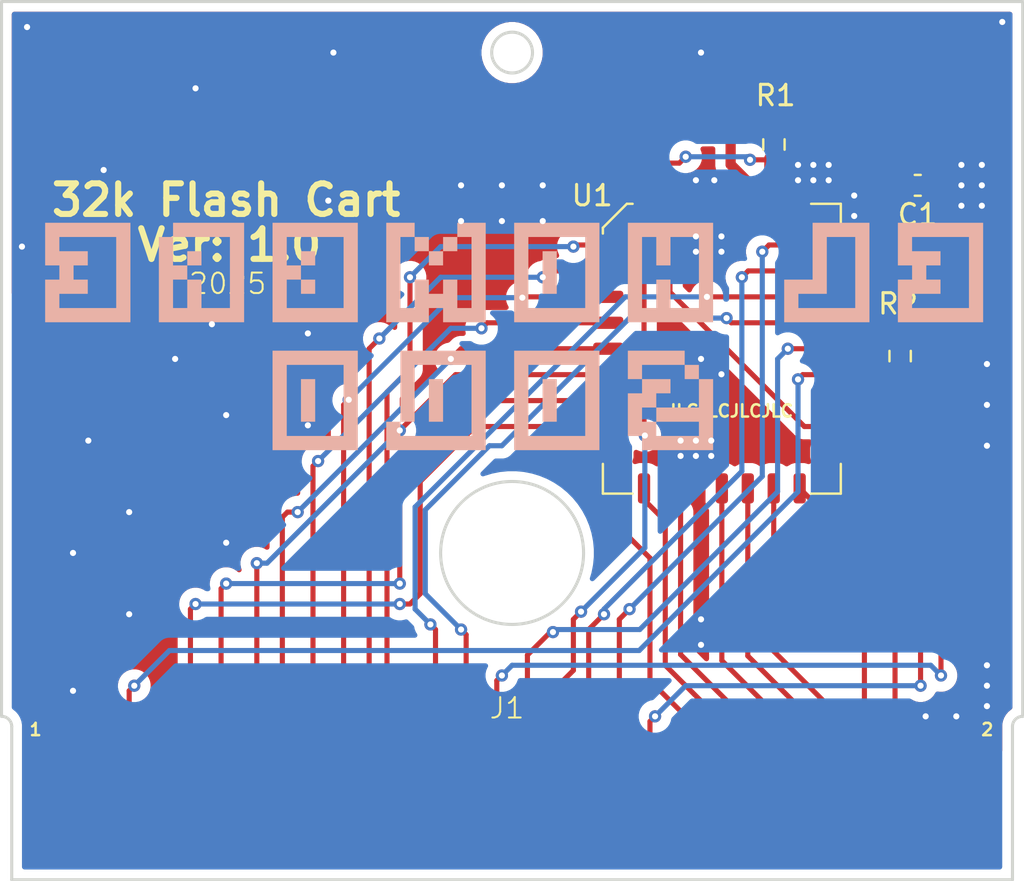
<source format=kicad_pcb>
(kicad_pcb (version 20241229) (generator "pcbnew") (generator_version "9.0")
  (layers (0 "F.Cu" signal) (2 "B.Cu" signal) (13 "F.Paste" user) (15 "B.Paste" user) (5 "F.SilkS" user "F.Silkscreen") (7 "B.SilkS" user "B.Silkscreen") (1 "F.Mask" user) (3 "B.Mask" user) (25 "Edge.Cuts" user))
  (net 0 "")
  (net 1 "GND")
  (net 2 "VCC")
  (net 3 "D2")
  (net 4 "A3")
  (net 5 "A9")
  (net 6 "A10")
  (net 7 "A7")
  (net 8 "A13")
  (net 9 "WR")
  (net 10 "D3")
  (net 11 "A15")
  (net 12 "A11")
  (net 13 "A14")
  (net 14 "A2")
  (net 15 "A1")
  (net 16 "D6")
  (net 17 "A4")
  (net 18 "A0")
  (net 19 "D7")
  (net 20 "A6")
  (net 21 "RD")
  (net 22 "D5")
  (net 23 "D1")
  (net 24 "D4")
  (net 26 "A5")
  (net 27 "D0")
  (net 28 "A12")
  (net 29 "A8")
  (footprint "Resistor_SMD:R_0603_1608Metric_Pad0.98x0.95mm_HandSolder" (layer "F.Cu") (at 163.5 103.36 -90)
    (property "Reference" "R2" (at -2.56 0.1 180) (layer "F.SilkS"))
    (property "Value" "10K")
    (fp_line (start -0.254724 0.5225) (end 0.254724 0.5225) (stroke (width 0.12)) (layer "F.SilkS"))
    (fp_line (start -0.254724 -0.5225) (end 0.254724 -0.5225) (stroke (width 0.12)) (layer "F.SilkS"))
    (pad "1" smd roundrect (at -0.9125 0 270) (size 0.975 0.95) (layers "F.Cu" "F.Mask" "F.Paste") (net 2 "VCC"))
    (pad "2" smd roundrect (at 0.9125 0 270) (size 0.975 0.95) (layers "F.Cu" "F.Mask" "F.Paste") (net 21 "RD"))
  )
  (footprint "Capacitor_SMD:C_0603_1608Metric_Pad1.08x0.95mm_HandSolder" (layer "F.Cu") (at 164.3625 95 180)
    (property "Reference" "C1" (at 0 -1.43 0) (layer "F.SilkS"))
    (property "Value" "100n")
    (fp_line (start -0.146267 0.51) (end 0.146267 0.51) (stroke (width 0.12)) (layer "F.SilkS"))
    (fp_line (start -0.146267 -0.51) (end 0.146267 -0.51) (stroke (width 0.12)) (layer "F.SilkS"))
    (pad "1" smd roundrect (at -0.8625 0 180) (size 1.075 0.95) (layers "F.Cu" "F.Mask" "F.Paste") (net 1 "GND"))
    (pad "2" smd roundrect (at 0.8625 0 180) (size 1.075 0.95) (layers "F.Cu" "F.Mask" "F.Paste") (net 2 "VCC"))
  )
  (footprint "GameboyFootprints:GB_Edge_Conn" (layer "F.Cu") (at 144.25 122.5)
    (property "Reference" "J1" (at 0 -1.9 0) (layer "F.SilkS") (effects (font (thickness 0.1))))
    (property "Value" "GB Card Edge Connector")
    (pad "1" smd rect (at -23 3) (size 1 6) (layers "F.Cu" "F.Mask" "F.Paste") (net 2 "VCC"))
    (pad "2" smd rect (at -21.5 2.75) (size 1 5.5) (layers "F.Cu" "F.Mask" "F.Paste"))
    (pad "3" smd rect (at -20 2.75) (size 1 5.5) (layers "F.Cu" "F.Mask" "F.Paste") (net 9 "WR"))
    (pad "4" smd rect (at -18.5 2.75) (size 1 5.5) (layers "F.Cu" "F.Mask" "F.Paste") (net 21 "RD"))
    (pad "5" smd rect (at -17 2.75) (size 1 5.5) (layers "F.Cu" "F.Mask" "F.Paste"))
    (pad "6" smd rect (at -15.5 2.75) (size 1 5.5) (layers "F.Cu" "F.Mask" "F.Paste") (net 18 "A0"))
    (pad "7" smd rect (at -14 2.75) (size 1 5.5) (layers "F.Cu" "F.Mask" "F.Paste") (net 15 "A1"))
    (pad "8" smd rect (at -12.5 2.75) (size 1 5.5) (layers "F.Cu" "F.Mask" "F.Paste") (net 14 "A2"))
    (pad "9" smd rect (at -11 2.75) (size 1 5.5) (layers "F.Cu" "F.Mask" "F.Paste") (net 4 "A3"))
    (pad "10" smd rect (at -9.5 2.75) (size 1 5.5) (layers "F.Cu" "F.Mask" "F.Paste") (net 17 "A4"))
    (pad "11" smd rect (at -8 2.75) (size 1 5.5) (layers "F.Cu" "F.Mask" "F.Paste") (net 26 "A5"))
    (pad "12" smd rect (at -6.5 2.75) (size 1 5.5) (layers "F.Cu" "F.Mask" "F.Paste") (net 20 "A6"))
    (pad "13" smd rect (at -5 2.75) (size 1 5.5) (layers "F.Cu" "F.Mask" "F.Paste") (net 7 "A7"))
    (pad "14" smd rect (at -3.5 2.75) (size 1 5.5) (layers "F.Cu" "F.Mask" "F.Paste") (net 29 "A8"))
    (pad "15" smd rect (at -2 2.75) (size 1 5.5) (layers "F.Cu" "F.Mask" "F.Paste") (net 5 "A9"))
    (pad "16" smd rect (at -0.5 2.75) (size 1 5.5) (layers "F.Cu" "F.Mask" "F.Paste") (net 6 "A10"))
    (pad "17" smd rect (at 1 2.75) (size 1 5.5) (layers "F.Cu" "F.Mask" "F.Paste") (net 12 "A11"))
    (pad "18" smd rect (at 2.5 2.75) (size 1 5.5) (layers "F.Cu" "F.Mask" "F.Paste") (net 28 "A12"))
    (pad "19" smd rect (at 4 2.75) (size 1 5.5) (layers "F.Cu" "F.Mask" "F.Paste") (net 8 "A13"))
    (pad "20" smd rect (at 5.5 2.75) (size 1 5.5) (layers "F.Cu" "F.Mask" "F.Paste") (net 13 "A14"))
    (pad "21" smd rect (at 7 2.75) (size 1 5.5) (layers "F.Cu" "F.Mask" "F.Paste") (net 11 "A15"))
    (pad "22" smd rect (at 8.5 2.75) (size 1 5.5) (layers "F.Cu" "F.Mask" "F.Paste") (net 27 "D0"))
    (pad "23" smd rect (at 10 2.75) (size 1 5.5) (layers "F.Cu" "F.Mask" "F.Paste") (net 23 "D1"))
    (pad "24" smd rect (at 11.5 2.75) (size 1 5.5) (layers "F.Cu" "F.Mask" "F.Paste") (net 3 "D2"))
    (pad "25" smd rect (at 13 2.75) (size 1 5.5) (layers "F.Cu" "F.Mask" "F.Paste") (net 10 "D3"))
    (pad "26" smd rect (at 14.5 2.75) (size 1 5.5) (layers "F.Cu" "F.Mask" "F.Paste") (net 24 "D4"))
    (pad "27" smd rect (at 16 2.75) (size 1 5.5) (layers "F.Cu" "F.Mask" "F.Paste") (net 22 "D5"))
    (pad "28" smd rect (at 17.5 2.75) (size 1 5.5) (layers "F.Cu" "F.Mask" "F.Paste") (net 16 "D6"))
    (pad "29" smd rect (at 19 2.75) (size 1 5.5) (layers "F.Cu" "F.Mask" "F.Paste") (net 19 "D7"))
    (pad "30" smd rect (at 20.5 2.75) (size 1 5.5) (layers "F.Cu" "F.Mask" "F.Paste"))
    (pad "31" smd rect (at 22 2.75) (size 1 5.5) (layers "F.Cu" "F.Mask" "F.Paste"))
    (pad "32" smd rect (at 23.5 3) (size 1 6) (layers "F.Cu" "F.Mask" "F.Paste") (net 1 "GND"))
  )
  (footprint "Resistor_SMD:R_0603_1608Metric_Pad0.98x0.95mm_HandSolder" (layer "F.Cu") (at 157.32 93 -90)
    (property "Reference" "R1" (at -2.4 -0.08 180) (layer "F.SilkS"))
    (property "Value" "10K")
    (fp_line (start -0.254724 0.5225) (end 0.254724 0.5225) (stroke (width 0.12)) (layer "F.SilkS"))
    (fp_line (start -0.254724 -0.5225) (end 0.254724 -0.5225) (stroke (width 0.12)) (layer "F.SilkS"))
    (pad "1" smd roundrect (at -0.9125 0 270) (size 0.975 0.95) (layers "F.Cu" "F.Mask" "F.Paste") (net 2 "VCC"))
    (pad "2" smd roundrect (at 0.9125 0 270) (size 0.975 0.95) (layers "F.Cu" "F.Mask" "F.Paste") (net 9 "WR"))
  )
  (footprint "Package_LCC:PLCC-32_11.4x14.0mm_P1.27mm" (layer "F.Cu") (at 154.77 103)
    (property "Reference" "U1" (at -6.35 -7.5 0) (layer "F.SilkS"))
    (property "Value" "SST39SF010")
    (fp_line (start -5.825 -5.922782) (end -5.825 -5.64) (stroke (width 0.12)) (layer "F.SilkS"))
    (fp_line (start -5.825 7.095) (end -5.825 5.64) (stroke (width 0.12)) (layer "F.SilkS"))
    (fp_line (start -4.652782 -7.095) (end -5.825 -5.922782) (stroke (width 0.12)) (layer "F.SilkS"))
    (fp_line (start -4.37 -7.095) (end -4.652782 -7.095) (stroke (width 0.12)) (layer "F.SilkS"))
    (fp_line (start -4.37 7.095) (end -5.825 7.095) (stroke (width 0.12)) (layer "F.SilkS"))
    (fp_line (start 4.37 -7.095) (end 5.825 -7.095) (stroke (width 0.12)) (layer "F.SilkS"))
    (fp_line (start 4.37 7.095) (end 5.825 7.095) (stroke (width 0.12)) (layer "F.SilkS"))
    (fp_line (start 5.825 -7.095) (end 5.825 -5.64) (stroke (width 0.12)) (layer "F.SilkS"))
    (fp_line (start 5.825 7.095) (end 5.825 5.64) (stroke (width 0.12)) (layer "F.SilkS"))
    (pad "1" smd roundrect (at 0 -6.8375) (size 0.6 1.475) (layers "F.Cu" "F.Mask" "F.Paste") (net 1 "GND"))
    (pad "2" smd roundrect (at -1.27 -6.8375) (size 0.6 1.475) (layers "F.Cu" "F.Mask" "F.Paste") (net 1 "GND"))
    (pad "3" smd roundrect (at -2.54 -6.8375) (size 0.6 1.475) (layers "F.Cu" "F.Mask" "F.Paste") (net 11 "A15"))
    (pad "4" smd roundrect (at -3.81 -6.8375) (size 0.6 1.475) (layers "F.Cu" "F.Mask" "F.Paste") (net 28 "A12"))
    (pad "5" smd roundrect (at -5.5625 -5.08) (size 1.475 0.6) (layers "F.Cu" "F.Mask" "F.Paste") (net 7 "A7"))
    (pad "6" smd roundrect (at -5.5625 -3.81) (size 1.475 0.6) (layers "F.Cu" "F.Mask" "F.Paste") (net 20 "A6"))
    (pad "7" smd roundrect (at -5.5625 -2.54) (size 1.475 0.6) (layers "F.Cu" "F.Mask" "F.Paste") (net 26 "A5"))
    (pad "8" smd roundrect (at -5.5625 -1.27) (size 1.475 0.6) (layers "F.Cu" "F.Mask" "F.Paste") (net 17 "A4"))
    (pad "9" smd roundrect (at -5.5625 0) (size 1.475 0.6) (layers "F.Cu" "F.Mask" "F.Paste") (net 4 "A3"))
    (pad "10" smd roundrect (at -5.5625 1.27) (size 1.475 0.6) (layers "F.Cu" "F.Mask" "F.Paste") (net 14 "A2"))
    (pad "11" smd roundrect (at -5.5625 2.54) (size 1.475 0.6) (layers "F.Cu" "F.Mask" "F.Paste") (net 15 "A1"))
    (pad "12" smd roundrect (at -5.5625 3.81) (size 1.475 0.6) (layers "F.Cu" "F.Mask" "F.Paste") (net 18 "A0"))
    (pad "13" smd roundrect (at -5.5625 5.08) (size 1.475 0.6) (layers "F.Cu" "F.Mask" "F.Paste") (net 27 "D0"))
    (pad "14" smd roundrect (at -3.81 6.8375) (size 0.6 1.475) (layers "F.Cu" "F.Mask" "F.Paste") (net 23 "D1"))
    (pad "15" smd roundrect (at -2.54 6.8375) (size 0.6 1.475) (layers "F.Cu" "F.Mask" "F.Paste") (net 3 "D2"))
    (pad "16" smd roundrect (at -1.27 6.8375) (size 0.6 1.475) (layers "F.Cu" "F.Mask" "F.Paste") (net 1 "GND"))
    (pad "17" smd roundrect (at 0 6.8375) (size 0.6 1.475) (layers "F.Cu" "F.Mask" "F.Paste") (net 10 "D3"))
    (pad "18" smd roundrect (at 1.27 6.8375) (size 0.6 1.475) (layers "F.Cu" "F.Mask" "F.Paste") (net 24 "D4"))
    (pad "19" smd roundrect (at 2.54 6.8375) (size 0.6 1.475) (layers "F.Cu" "F.Mask" "F.Paste") (net 22 "D5"))
    (pad "20" smd roundrect (at 3.81 6.8375) (size 0.6 1.475) (layers "F.Cu" "F.Mask" "F.Paste") (net 16 "D6"))
    (pad "21" smd roundrect (at 5.5625 5.08) (size 1.475 0.6) (layers "F.Cu" "F.Mask" "F.Paste") (net 19 "D7"))
    (pad "22" smd roundrect (at 5.5625 3.81) (size 1.475 0.6) (layers "F.Cu" "F.Mask" "F.Paste") (net 11 "A15"))
    (pad "23" smd roundrect (at 5.5625 2.54) (size 1.475 0.6) (layers "F.Cu" "F.Mask" "F.Paste") (net 6 "A10"))
    (pad "24" smd roundrect (at 5.5625 1.27) (size 1.475 0.6) (layers "F.Cu" "F.Mask" "F.Paste") (net 21 "RD"))
    (pad "25" smd roundrect (at 5.5625 0) (size 1.475 0.6) (layers "F.Cu" "F.Mask" "F.Paste") (net 12 "A11"))
    (pad "26" smd roundrect (at 5.5625 -1.27) (size 1.475 0.6) (layers "F.Cu" "F.Mask" "F.Paste") (net 5 "A9"))
    (pad "27" smd roundrect (at 5.5625 -2.54) (size 1.475 0.6) (layers "F.Cu" "F.Mask" "F.Paste") (net 29 "A8"))
    (pad "28" smd roundrect (at 5.5625 -3.81) (size 1.475 0.6) (layers "F.Cu" "F.Mask" "F.Paste") (net 8 "A13"))
    (pad "29" smd roundrect (at 5.5625 -5.08) (size 1.475 0.6) (layers "F.Cu" "F.Mask" "F.Paste") (net 13 "A14"))
    (pad "30" smd roundrect (at 3.81 -6.8375) (size 0.6 1.475) (layers "F.Cu" "F.Mask" "F.Paste") (net 1 "GND"))
    (pad "31" smd roundrect (at 2.54 -6.8375) (size 0.6 1.475) (layers "F.Cu" "F.Mask" "F.Paste") (net 9 "WR"))
    (pad "32" smd roundrect (at 1.27 -6.8375) (size 0.6 1.475) (layers "F.Cu" "F.Mask" "F.Paste") (net 2 "VCC"))
  )
  (footprint "GameboyFootprints:HombresoqoLogoS" (layer "B.Cu") (at 144.6 102.4 180)
    (property "Reference" "G***" (hide yes))
    (property "Value" "LOGO" (hide yes))
    (fp_poly (pts (xy 16.005479 3.827397) (xy 16.005479 3.479452) (xy 15.657533 3.479452) (xy 15.309588 3.479452) (xy 15.309588 3.827397) (xy 15.309588 4.175343) (xy 15.657533 4.175343) (xy 16.005479 4.175343)) (fill yes) (layer "B.SilkS"))
    (fp_poly (pts (xy 10.438355 3.827397) (xy 10.438355 3.479452) (xy 10.09041 3.479452) (xy 9.742465 3.479452) (xy 9.742465 3.827397) (xy 9.742465 4.175343) (xy 10.09041 4.175343) (xy 10.438355 4.175343)) (fill yes) (layer "B.SilkS"))
    (fp_poly (pts (xy 10.438355 2.435617) (xy 10.438355 2.087671) (xy 10.09041 2.087671) (xy 9.742465 2.087671) (xy 9.742465 2.435617) (xy 9.742465 2.783562) (xy 10.09041 2.783562) (xy 10.438355 2.783562)) (fill yes) (layer "B.SilkS"))
    (fp_poly (pts (xy 10.438355 -3.131507) (xy 10.438355 -4.175342) (xy 10.09041 -4.175342) (xy 9.742465 -4.175342) (xy 9.742465 -3.131507) (xy 9.742465 -2.087671) (xy 10.09041 -2.087671) (xy 10.438355 -2.087671)) (fill yes) (layer "B.SilkS"))
    (fp_poly (pts (xy 4.175342 -3.131507) (xy 4.175342 -4.175342) (xy 3.827396 -4.175342) (xy 3.479451 -4.175342) (xy 3.479451 -3.131507) (xy 3.479451 -2.087671) (xy 3.827396 -2.087671) (xy 4.175342 -2.087671)) (fill yes) (layer "B.SilkS"))
    (fp_poly (pts (xy -1.391782 3.131507) (xy -1.391782 2.087671) (xy -1.739727 2.087671) (xy -2.087672 2.087671) (xy -2.087672 3.131507) (xy -2.087672 4.175343) (xy -1.739727 4.175343) (xy -1.391782 4.175343)) (fill yes) (layer "B.SilkS"))
    (fp_poly (pts (xy -1.391782 -3.131507) (xy -1.391782 -4.175342) (xy -1.739727 -4.175342) (xy -2.087672 -4.175342) (xy -2.087672 -3.131507) (xy -2.087672 -2.087671) (xy -1.739727 -2.087671) (xy -1.391782 -2.087671)) (fill yes) (layer "B.SilkS"))
    (fp_poly (pts (xy 11.830136 -3.131507) (xy 11.830136 -5.567123) (xy 9.742465 -5.567123) (xy 7.654794 -5.567123) (xy 7.654794 -3.131507) (xy 8.350684 -3.131507) (xy 8.350684 -4.871233) (xy 9.742465 -4.871233) (xy 11.134246 -4.871233) (xy 11.134246 -3.131507) (xy 11.134246 -1.391781) (xy 9.742465 -1.391781) (xy 8.350684 -1.391781) (xy 8.350684 -3.131507) (xy 7.654794 -3.131507) (xy 7.654794 -0.69589) (xy 9.742465 -0.69589) (xy 11.830136 -0.69589)) (fill yes) (layer "B.SilkS"))
    (fp_poly (pts (xy -0.000001 3.131507) (xy -0.000001 0.695891) (xy -2.087672 0.695891) (xy -4.175343 0.695891) (xy -4.175343 3.131507) (xy -3.479453 3.131507) (xy -3.479453 1.391781) (xy -2.087672 1.391781) (xy -0.695891 1.391781) (xy -0.695891 3.131507) (xy -0.695891 4.871233) (xy -2.087672 4.871233) (xy -3.479453 4.871233) (xy -3.479453 3.131507) (xy -4.175343 3.131507) (xy -4.175343 5.567123) (xy -2.087672 5.567123) (xy -0.000001 5.567123)) (fill yes) (layer "B.SilkS"))
    (fp_poly (pts (xy -0.000001 -3.131507) (xy -0.000001 -5.567123) (xy -2.087672 -5.567123) (xy -4.175343 -5.567123) (xy -4.175343 -3.131507) (xy -3.479453 -3.131507) (xy -3.479453 -4.871233) (xy -2.087672 -4.871233) (xy -0.695891 -4.871233) (xy -0.695891 -3.131507) (xy -0.695891 -1.391781) (xy -2.087672 -1.391781) (xy -3.479453 -1.391781) (xy -3.479453 -3.131507) (xy -4.175343 -3.131507) (xy -4.175343 -0.69589) (xy -2.087672 -0.69589) (xy -0.000001 -0.69589)) (fill yes) (layer "B.SilkS"))
    (fp_poly (pts (xy 5.567122 -2.435616) (xy 5.567122 -4.175342) (xy 5.219177 -4.175342) (xy 4.871232 -4.175342) (xy 4.871232 -2.783561) (xy 4.871232 -1.391781) (xy 3.479451 -1.391781) (xy 2.08767 -1.391781) (xy 2.08767 -3.131507) (xy 2.08767 -4.871233) (xy 3.827396 -4.871233) (xy 5.567122 -4.871233) (xy 5.567122 -4.523287) (xy 5.567122 -4.175342) (xy 5.915068 -4.175342) (xy 6.263013 -4.175342) (xy 6.263013 -4.871233) (xy 6.263013 -5.567123) (xy 3.827396 -5.567123) (xy 1.39178 -5.567123) (xy 1.39178 -3.131507) (xy 1.39178 -0.69589) (xy 3.479451 -0.69589) (xy 5.567122 -0.69589)) (fill yes) (layer "B.SilkS"))
    (fp_poly (pts (xy 11.830136 3.131507) (xy 11.830136 0.695891) (xy 9.742465 0.695891) (xy 7.654794 0.695891) (xy 7.654794 3.131507) (xy 8.350684 3.131507) (xy 8.350684 1.391781) (xy 9.742465 1.391781) (xy 11.134246 1.391781) (xy 11.134246 2.087671) (xy 11.134246 2.783562) (xy 10.7863 2.783562) (xy 10.438355 2.783562) (xy 10.438355 3.131507) (xy 10.438355 3.479452) (xy 10.7863 3.479452) (xy 11.134246 3.479452) (xy 11.134246 4.175343) (xy 11.134246 4.871233) (xy 9.742465 4.871233) (xy 8.350684 4.871233) (xy 8.350684 3.131507) (xy 7.654794 3.131507) (xy 7.654794 5.567123) (xy 9.742465 5.567123) (xy 11.830136 5.567123)) (fill yes) (layer "B.SilkS"))
    (fp_poly (pts (xy -14.6137 4.175343) (xy -14.6137 2.783562) (xy -13.917809 2.783562) (xy -13.221919 2.783562) (xy -13.221919 1.739726) (xy -13.221919 0.695891) (xy -15.30959 0.695891) (xy -17.397261 0.695891) (xy -17.397261 3.131507) (xy -16.701371 3.131507) (xy -16.701371 1.391781) (xy -15.30959 1.391781) (xy -13.917809 1.391781) (xy -13.917809 1.739726) (xy -13.917809 2.087671) (xy -14.6137 2.087671) (xy -15.30959 2.087671) (xy -15.30959 3.479452) (xy -15.30959 4.871233) (xy -16.00548 4.871233) (xy -16.701371 4.871233) (xy -16.701371 3.131507) (xy -17.397261 3.131507) (xy -17.397261 5.567123) (xy -16.00548 5.567123) (xy -14.6137 5.567123)) (fill yes) (layer "B.SilkS"))
    (fp_poly (pts (xy -5.567124 3.131507) (xy -5.567124 0.695891) (xy -7.654795 0.695891) (xy -9.742467 0.695891) (xy -9.742467 3.131507) (xy -9.046576 3.131507) (xy -9.046576 1.391781) (xy -8.350686 1.391781) (xy -7.654795 1.391781) (xy -7.654795 2.087671) (xy -7.654795 2.783562) (xy -7.30685 2.783562) (xy -6.958905 2.783562) (xy -6.958905 2.087671) (xy -6.958905 1.391781) (xy -6.61096 1.391781) (xy -6.263015 1.391781) (xy -6.263015 3.131507) (xy -6.263015 4.871233) (xy -6.61096 4.871233) (xy -6.958905 4.871233) (xy -6.958905 4.175343) (xy -6.958905 3.479452) (xy -7.30685 3.479452) (xy -7.654795 3.479452) (xy -7.654795 4.175343) (xy -7.654795 4.871233) (xy -8.350686 4.871233) (xy -9.046576 4.871233) (xy -9.046576 3.131507) (xy -9.742467 3.131507) (xy -9.742467 5.567123) (xy -7.654795 5.567123) (xy -5.567124 5.567123)) (fill yes) (layer "B.SilkS"))
    (fp_poly (pts (xy 16.701369 5.219178) (xy 16.701369 4.871233) (xy 15.309588 4.871233) (xy 13.917807 4.871233) (xy 13.917807 3.131507) (xy 13.917807 1.391781) (xy 14.613698 1.391781) (xy 15.309588 1.391781) (xy 15.309588 2.087671) (xy 16.005479 2.087671) (xy 16.005479 1.391781) (xy 16.353424 1.391781) (xy 16.701369 1.391781) (xy 16.701369 2.087671) (xy 16.701369 2.783562) (xy 16.353424 2.783562) (xy 16.005479 2.783562) (xy 16.005479 2.087671) (xy 15.309588 2.087671) (xy 15.309588 2.783562) (xy 15.657533 2.783562) (xy 16.005479 2.783562) (xy 16.005479 3.131507) (xy 16.005479 3.479452) (xy 16.353424 3.479452) (xy 16.701369 3.479452) (xy 16.701369 4.175343) (xy 16.701369 4.871233) (xy 17.049314 4.871233) (xy 17.397259 4.871233) (xy 17.397259 2.783562) (xy 17.397259 0.695891) (xy 15.309588 0.695891) (xy 13.221917 0.695891) (xy 13.221917 3.131507) (xy 13.221917 5.567123) (xy 14.961643 5.567123) (xy 16.701369 5.567123)) (fill yes) (layer "B.SilkS"))
    (fp_poly (pts (xy 22.964383 4.523288) (xy 22.964383 3.479452) (xy 22.616437 3.479452) (xy 22.268492 3.479452) (xy 22.268492 3.131507) (xy 22.268492 2.783562) (xy 22.616437 2.783562) (xy 22.964383 2.783562) (xy 22.964383 1.739726) (xy 22.964383 0.695891) (xy 20.876711 0.695891) (xy 18.78904 0.695891) (xy 18.78904 3.131507) (xy 19.484931 3.131507) (xy 19.484931 1.391781) (xy 20.876711 1.391781) (xy 22.268492 1.391781) (xy 22.268492 1.739726) (xy 22.268492 2.087671) (xy 21.572602 2.087671) (xy 20.876711 2.087671) (xy 20.876711 2.435617) (xy 20.876711 2.783562) (xy 21.224657 2.783562) (xy 21.572602 2.783562) (xy 21.572602 3.131507) (xy 21.572602 3.479452) (xy 21.224657 3.479452) (xy 20.876711 3.479452) (xy 20.876711 3.827397) (xy 20.876711 4.175343) (xy 21.572602 4.175343) (xy 22.268492 4.175343) (xy 22.268492 4.523288) (xy 22.268492 4.871233) (xy 20.876711 4.871233) (xy 19.484931 4.871233) (xy 19.484931 3.131507) (xy 18.78904 3.131507) (xy 18.78904 5.567123) (xy 20.876711 5.567123) (xy 22.964383 5.567123)) (fill yes) (layer "B.SilkS"))
    (fp_poly (pts (xy -18.789042 4.523288) (xy -18.789042 3.479452) (xy -19.136987 3.479452) (xy -19.484932 3.479452) (xy -19.484932 3.131507) (xy -19.484932 2.783562) (xy -19.136987 2.783562) (xy -18.789042 2.783562) (xy -18.789042 1.739726) (xy -18.789042 0.695891) (xy -20.876713 0.695891) (xy -22.964384 0.695891) (xy -22.964384 3.131507) (xy -22.268494 3.131507) (xy -22.268494 1.391781) (xy -20.876713 1.391781) (xy -19.484932 1.391781) (xy -19.484932 1.739726) (xy -19.484932 2.087671) (xy -20.180823 2.087671) (xy -20.876713 2.087671) (xy -20.876713 2.435617) (xy -20.876713 2.783562) (xy -20.528768 2.783562) (xy -20.180823 2.783562) (xy -20.180823 3.131507) (xy -20.180823 3.479452) (xy -20.528768 3.479452) (xy -20.876713 3.479452) (xy -20.876713 3.827397) (xy -20.876713 4.175343) (xy -20.180823 4.175343) (xy -19.484932 4.175343) (xy -19.484932 4.523288) (xy -19.484932 4.871233) (xy -20.876713 4.871233) (xy -22.268494 4.871233) (xy -22.268494 3.131507) (xy -22.964384 3.131507) (xy -22.964384 5.567123) (xy -20.876713 5.567123) (xy -18.789042 5.567123)) (fill yes) (layer "B.SilkS"))
    (fp_poly (pts (xy -5.567124 -1.391781) (xy -5.567124 -2.087671) (xy -5.915069 -2.087671) (xy -6.263015 -2.087671) (xy -6.263015 -2.435616) (xy -6.263015 -2.783561) (xy -5.915069 -2.783561) (xy -5.567124 -2.783561) (xy -5.567124 -3.827397) (xy -5.567124 -4.871233) (xy -5.915069 -4.871233) (xy -6.263015 -4.871233) (xy -6.263015 -5.219178) (xy -6.263015 -5.567123) (xy -8.002741 -5.567123) (xy -9.742467 -5.567123) (xy -9.742467 -4.175342) (xy -9.046576 -4.175342) (xy -9.046576 -4.523287) (xy -9.046576 -4.871233) (xy -8.002741 -4.871233) (xy -6.958905 -4.871233) (xy -6.958905 -4.523287) (xy -6.958905 -4.175342) (xy -6.61096 -4.175342) (xy -6.263015 -4.175342) (xy -6.263015 -3.827397) (xy -6.263015 -3.479452) (xy -6.61096 -3.479452) (xy -6.958905 -3.479452) (xy -6.958905 -3.827397) (xy -6.958905 -4.175342) (xy -8.002741 -4.175342) (xy -9.046576 -4.175342) (xy -9.742467 -4.175342) (xy -9.742467 -3.827397) (xy -9.742467 -2.087671) (xy -9.394521 -2.087671) (xy -9.046576 -2.087671) (xy -9.046576 -2.783561) (xy -9.046576 -3.479452) (xy -8.002741 -3.479452) (xy -6.958905 -3.479452) (xy -6.958905 -3.131507) (xy -6.958905 -2.783561) (xy -7.30685 -2.783561) (xy -7.654795 -2.783561) (xy -7.654795 -2.435616) (xy -7.654795 -2.087671) (xy -6.958905 -2.087671) (xy -6.263015 -2.087671) (xy -6.263015 -1.739726) (xy -6.263015 -1.391781) (xy -7.30685 -1.391781) (xy -8.350686 -1.391781) (xy -8.350686 -1.739726) (xy -8.350686 -2.087671) (xy -8.698631 -2.087671) (xy -9.046576 -2.087671) (xy -9.046576 -1.739726) (xy -9.046576 -1.391781) (xy -8.698631 -1.391781) (xy -8.350686 -1.391781) (xy -8.350686 -1.043835) (xy -8.350686 -0.69589) (xy -6.958905 -0.69589) (xy -5.567124 -0.69589)) (fill yes) (layer "B.SilkS"))
    (fp_poly (pts (xy 2.783561 5.219178) (xy 2.783561 4.871233) (xy 2.435616 4.871233) (xy 2.08767 4.871233) (xy 2.08767 3.131507) (xy 2.08767 1.391781) (xy 2.435616 1.391781) (xy 2.783561 1.391781) (xy 2.783561 2.087671) (xy 2.783561 2.783562) (xy 3.131506 2.783562) (xy 3.479451 2.783562) (xy 3.479451 2.435617) (xy 3.479451 2.087671) (xy 3.827396 2.087671) (xy 4.175342 2.087671) (xy 4.175342 2.435617) (xy 4.175342 2.783562) (xy 4.523287 2.783562) (xy 4.871232 2.783562) (xy 4.871232 2.087671) (xy 4.871232 1.391781) (xy 5.219177 1.391781) (xy 5.567122 1.391781) (xy 5.567122 3.131507) (xy 5.567122 4.871233) (xy 5.219177 4.871233) (xy 4.871232 4.871233) (xy 4.871232 4.523288) (xy 4.871232 4.175343) (xy 4.523287 4.175343) (xy 4.175342 4.175343) (xy 4.175342 3.827397) (xy 4.175342 3.479452) (xy 3.827396 3.479452) (xy 3.479451 3.479452) (xy 3.479451 3.827397) (xy 3.479451 4.175343) (xy 3.131506 4.175343) (xy 2.783561 4.175343) (xy 2.783561 4.523288) (xy 2.783561 4.871233) (xy 3.131506 4.871233) (xy 3.479451 4.871233) (xy 3.479451 4.523288) (xy 3.479451 4.175343) (xy 3.827396 4.175343) (xy 4.175342 4.175343) (xy 4.175342 4.523288) (xy 4.175342 4.871233) (xy 4.523287 4.871233) (xy 4.871232 4.871233) (xy 4.871232 5.219178) (xy 4.871232 5.567123) (xy 5.567122 5.567123) (xy 6.263013 5.567123) (xy 6.263013 3.131507) (xy 6.263013 0.695891) (xy 5.219177 0.695891) (xy 4.175342 0.695891) (xy 4.175342 1.043836) (xy 4.175342 1.391781) (xy 3.827396 1.391781) (xy 3.479451 1.391781) (xy 3.479451 1.043836) (xy 3.479451 0.695891) (xy 2.435616 0.695891) (xy 1.39178 0.695891) (xy 1.39178 3.131507) (xy 1.39178 5.567123) (xy 2.08767 5.567123) (xy 2.783561 5.567123)) (fill yes) (layer "B.SilkS"))
  )
  (gr_line (start 120 129) (end 169 129) (stroke (width 0.15)) (layer "Edge.Cuts"))
  (gr_line (start 169 129) (end 169 121.5) (stroke (width 0.15)) (layer "Edge.Cuts"))
  (gr_circle (center 144.5 113) (end 148 113) (stroke (width 0.15)) (fill no) (layer "Edge.Cuts"))
  (gr_line (start 120 121.5) (end 120 129) (stroke (width 0.15)) (layer "Edge.Cuts"))
  (gr_arc (start 169 121.5) (mid 169.146447 121.146447) (end 169.5 121) (stroke (width 0.15)) (layer "Edge.Cuts"))
  (gr_line (start 169.5 86) (end 169.5 121) (stroke (width 0.15)) (layer "Edge.Cuts"))
  (gr_circle (center 144.5 88.5) (end 145.5 88.5) (stroke (width 0.15)) (fill no) (layer "Edge.Cuts"))
  (gr_arc (start 119.5 121) (mid 119.853553 121.146447) (end 120 121.5) (stroke (width 0.15)) (layer "Edge.Cuts"))
  (gr_line (start 119.5 86) (end 169.5 86) (stroke (width 0.15)) (layer "Edge.Cuts"))
  (gr_line (start 119.5 86) (end 119.5 121) (stroke (width 0.15)) (layer "Edge.Cuts"))
  (gr_text "2025" (at 128.6 100.4 0) (layer "F.SilkS") (effects (font (size 1 1) (thickness 0.1)) (justify left bottom)))
  (gr_text "JLCJLCJLCJLC" (at 152 106.4 0) (layer "F.SilkS") (effects (font (size 0.6 0.6) (thickness 0.125) (bold yes)) (justify left bottom)))
  (gr_text "32k Flash Cart" (at 121.8 96.6 0) (layer "F.SilkS") (effects (font (size 1.5 1.5) (thickness 0.3) (bold yes)) (justify left bottom)))
  (gr_text "2" (at 167.4 122 0) (layer "F.SilkS") (effects (font (size 0.6 0.6) (thickness 0.125) (bold yes)) (justify left bottom)))
  (gr_text "Ver: 1.0" (at 126 98.8 0) (layer "F.SilkS") (effects (font (size 1.5 1.5) (thickness 0.3) (bold yes)) (justify left bottom)))
  (gr_text "1" (at 120.8 122 0) (layer "F.SilkS") (effects (font (size 0.6 0.6) (thickness 0.125) (bold yes)) (justify left bottom)))
  (via (at 142 95) (size 0.6) (drill 0.3) (layers "F.Cu" "B.Cu") (net 1))
  (via (at 164.75 121) (size 0.6) (drill 0.3) (layers "F.Cu" "B.Cu") (net 1))
  (via (at 124.5 94.25) (size 0.6) (drill 0.3) (layers "F.Cu" "B.Cu") (net 1))
  (via (at 167.5 95) (size 0.6) (drill 0.3) (layers "F.Cu" "B.Cu") (net 1))
  (via (at 154.75 104.25) (size 0.6) (drill 0.3) (layers "F.Cu" "B.Cu") (net 1))
  (via (at 154.25 108.25) (size 0.6) (drill 0.3) (layers "F.Cu" "B.Cu") (net 1))
  (via (at 123 113) (size 0.6) (drill 0.3) (layers "F.Cu" "B.Cu") (net 1))
  (via (at 153.5 108.25) (size 0.6) (drill 0.3) (layers "F.Cu" "B.Cu") (net 1))
  (via (at 130.5 106.25) (size 0.6) (drill 0.3) (layers "F.Cu" "B.Cu") (net 1))
  (via (at 134.5 106.75) (size 0.6) (drill 0.3) (layers "F.Cu" "B.Cu") (net 1))
  (via (at 167.75 107.75) (size 0.6) (drill 0.3) (layers "F.Cu" "B.Cu") (net 1))
  (via (at 125.75 111) (size 0.6) (drill 0.3) (layers "F.Cu" "B.Cu") (net 1))
  (via (at 152.75 108.25) (size 0.6) (drill 0.3) (layers "F.Cu" "B.Cu") (net 1))
  (via (at 167.75 119.5) (size 0.6) (drill 0.3) (layers "F.Cu" "B.Cu") (net 1))
  (via (at 153.75 117.5) (size 0.6) (drill 0.3) (layers "F.Cu" "B.Cu") (net 1))
  (via (at 153.5 98.25) (size 0.6) (drill 0.3) (layers "F.Cu" "B.Cu") (net 1))
  (via (at 125.75 116) (size 0.6) (drill 0.3) (layers "F.Cu" "B.Cu") (net 1))
  (via (at 134.5 102.25) (size 0.6) (drill 0.3) (layers "F.Cu" "B.Cu") (net 1))
  (via (at 154.25 107.5) (size 0.6) (drill 0.3) (layers "F.Cu" "B.Cu") (net 1))
  (via (at 153.75 103.5) (size 0.6) (drill 0.3) (layers "F.Cu" "B.Cu") (net 1))
  (via (at 123 119.75) (size 0.6) (drill 0.3) (layers "F.Cu" "B.Cu") (net 1))
  (via (at 166.5 94) (size 0.6) (drill 0.3) (layers "F.Cu" "B.Cu") (net 1))
  (via (at 154.75 98.25) (size 0.6) (drill 0.3) (layers "F.Cu" "B.Cu") (net 1))
  (via (at 153.75 88.5) (size 0.6) (drill 0.3) (layers "F.Cu" "B.Cu") (net 1))
  (via (at 123.75 107.5) (size 0.6) (drill 0.3) (layers "F.Cu" "B.Cu") (net 1))
  (via (at 167.75 105.75) (size 0.6) (drill 0.3) (layers "F.Cu" "B.Cu") (net 1))
  (via (at 167.75 103.75) (size 0.6) (drill 0.3) (layers "F.Cu" "B.Cu") (net 1))
  (via (at 153.5 94.75) (size 0.6) (drill 0.3) (layers "F.Cu" "B.Cu") (net 1))
  (via (at 160 94) (size 0.6) (drill 0.3) (layers "F.Cu" "B.Cu") (net 1))
  (via (at 144 95) (size 0.6) (drill 0.3) (layers "F.Cu" "B.Cu") (net 1))
  (via (at 167.5 96) (size 0.6) (drill 0.3) (layers "F.Cu" "B.Cu") (net 1))
  (via (at 167.75 120.5) (size 0.6) (drill 0.3) (layers "F.Cu" "B.Cu") (net 1))
  (via (at 153.5 107.5) (size 0.6) (drill 0.3) (layers "F.Cu" "B.Cu") (net 1))
  (via (at 161.25 96.5) (size 0.6) (drill 0.3) (layers "F.Cu" "B.Cu") (net 1))
  (via (at 142 96.75) (size 0.6) (drill 0.3) (layers "F.Cu" "B.Cu") (net 1))
  (via (at 129 90.25) (size 0.6) (drill 0.3) (layers "F.Cu" "B.Cu") (net 1))
  (via (at 161.25 95.5) (size 0.6) (drill 0.3) (layers "F.Cu" "B.Cu") (net 1))
  (via (at 166.25 121) (size 0.6) (drill 0.3) (layers "F.Cu" "B.Cu") (net 1))
  (via (at 153.5 97.5) (size 0.6) (drill 0.3) (layers "F.Cu" "B.Cu") (net 1))
  (via (at 167.5 94) (size 0.6) (drill 0.3) (layers "F.Cu" "B.Cu") (net 1))
  (via (at 158.5 94.75) (size 0.6) (drill 0.3) (layers "F.Cu" "B.Cu") (net 1))
  (via (at 166.5 96) (size 0.6) (drill 0.3) (layers "F.Cu" "B.Cu") (net 1))
  (via (at 129.8 101.8) (size 0.6) (drill 0.3) (layers "F.Cu" "B.Cu") (net 1))
  (via (at 130.5 112.5) (size 0.6) (drill 0.3) (layers "F.Cu" "B.Cu") (net 1))
  (via (at 154.4 94.75) (size 0.6) (drill 0.3) (layers "F.Cu" "B.Cu") (net 1))
  (via (at 120.5 98) (size 0.6) (drill 0.3) (layers "F.Cu" "B.Cu") (net 1))
  (via (at 146 95) (size 0.6) (drill 0.3) (layers "F.Cu" "B.Cu") (net 1))
  (via (at 135.75 88.5) (size 0.6) (drill 0.3) (layers "F.Cu" "B.Cu") (net 1))
  (via (at 135.5 95.75) (size 0.6) (drill 0.3) (layers "F.Cu" "B.Cu") (net 1))
  (via (at 159.25 94.75) (size 0.6) (drill 0.3) (layers "F.Cu" "B.Cu") (net 1))
  (via (at 159.25 94) (size 0.6) (drill 0.3) (layers "F.Cu" "B.Cu") (net 1))
  (via (at 144 96.75) (size 0.6) (drill 0.3) (layers "F.Cu" "B.Cu") (net 1))
  (via (at 168.5 87) (size 0.6) (drill 0.3) (layers "F.Cu" "B.Cu") (net 1))
  (via (at 153.75 116.25) (size 0.6) (drill 0.3) (layers "F.Cu" "B.Cu") (net 1))
  (via (at 152.75 107.5) (size 0.6) (drill 0.3) (layers "F.Cu" "B.Cu") (net 1))
  (via (at 128 103.5) (size 0.6) (drill 0.3) (layers "F.Cu" "B.Cu") (net 1))
  (via (at 120.75 87.25) (size 0.6) (drill 0.3) (layers "F.Cu" "B.Cu") (net 1))
  (via (at 167.75 118.5) (size 0.6) (drill 0.3) (layers "F.Cu" "B.Cu") (net 1))
  (via (at 166.5 95) (size 0.6) (drill 0.3) (layers "F.Cu" "B.Cu") (net 1))
  (via (at 158.5 94) (size 0.6) (drill 0.3) (layers "F.Cu" "B.Cu") (net 1))
  (via (at 154.75 97.5) (size 0.6) (drill 0.3) (layers "F.Cu" "B.Cu") (net 1))
  (via (at 160 94.75) (size 0.6) (drill 0.3) (layers "F.Cu" "B.Cu") (net 1))
  (via (at 146 96.75) (size 0.6) (drill 0.3) (layers "F.Cu" "B.Cu") (net 1))
  (segment (start 156.04 94.820625) (end 155.2 93.980625) (width 0.5) (layer "F.Cu") (net 2))
  (segment (start 155.2 93.980625) (end 155.2 92) (width 0.5) (layer "F.Cu") (net 2))
  (segment (start 156.04 96.1625) (end 156.04 94.820625) (width 0.5) (layer "F.Cu") (net 2))
  (segment (start 155.75 120.973211) (end 155.75 125.25) (width 0.25) (layer "F.Cu") (net 3))
  (segment (start 152.75 117.973211) (end 155.75 120.973211) (width 0.25) (layer "F.Cu") (net 3))
  (segment (start 152.23 110.48) (end 152.75 111) (width 0.25) (layer "F.Cu") (net 3))
  (segment (start 152.75 111) (end 152.75 117.973211) (width 0.25) (layer "F.Cu") (net 3))
  (segment (start 152.23 109.8375) (end 152.23 110.48) (width 0.25) (layer "F.Cu") (net 3))
  (segment (start 149.2075 103) (end 142 103) (width 0.25) (layer "F.Cu") (net 4))
  (segment (start 134 111) (end 133.5 111) (width 0.25) (layer "F.Cu") (net 4))
  (segment (start 133.5 111) (end 133.25 111.25) (width 0.25) (layer "F.Cu") (net 4))
  (segment (start 133.25 111.25) (end 133.25 125.25) (width 0.25) (layer "F.Cu") (net 4))
  (segment (start 142 103) (end 141.5 103.5) (width 0.25) (layer "F.Cu") (net 4))
  (via (at 134 111) (size 0.6) (drill 0.3) (layers "F.Cu" "B.Cu") (net 4))
  (via (at 141.5 103.5) (size 0.6) (drill 0.3) (layers "F.Cu" "B.Cu") (net 4))
  (segment (start 134 111) (end 141.5 103.5) (width 0.25) (layer "B.Cu") (net 4))
  (segment (start 160.3325 101.73) (end 155.23 101.73) (width 0.25) (layer "F.Cu") (net 5))
  (segment (start 155.23 101.73) (end 155 101.5) (width 0.25) (layer "F.Cu") (net 5))
  (segment (start 142 116.75) (end 142.25 117) (width 0.25) (layer "F.Cu") (net 5))
  (segment (start 142.25 117) (end 142.25 125.25) (width 0.25) (layer "F.Cu") (net 5))
  (via (at 155 101.5) (size 0.6) (drill 0.3) (layers "F.Cu" "B.Cu") (net 5))
  (via (at 142 116.75) (size 0.6) (drill 0.3) (layers "F.Cu" "B.Cu") (net 5))
  (segment (start 143 108.13781) (end 140.25 110.88781) (width 0.25) (layer "B.Cu") (net 5))
  (segment (start 140.25 115) (end 142 116.75) (width 0.25) (layer "B.Cu") (net 5))
  (segment (start 150.25 101.5) (end 144 107.75) (width 0.25) (layer "B.Cu") (net 5))
  (segment (start 140.25 110.88781) (end 140.25 115) (width 0.25) (layer "B.Cu") (net 5))
  (segment (start 155 101.5) (end 150.25 101.5) (width 0.25) (layer "B.Cu") (net 5))
  (segment (start 144 107.75) (end 143.38781 107.75) (width 0.25) (layer "B.Cu") (net 5))
  (segment (start 143.38781 107.75) (end 143 108.13781) (width 0.25) (layer "B.Cu") (net 5))
  (segment (start 143.75 119.25) (end 143.75 125.25) (width 0.25) (layer "F.Cu") (net 6))
  (segment (start 165.5 109.5) (end 161.54 105.54) (width 0.25) (layer "F.Cu") (net 6))
  (segment (start 161.54 105.54) (end 160.3325 105.54) (width 0.25) (layer "F.Cu") (net 6))
  (segment (start 165.5 119) (end 165.5 109.5) (width 0.25) (layer "F.Cu") (net 6))
  (segment (start 144 119) (end 143.75 119.25) (width 0.25) (layer "F.Cu") (net 6))
  (via (at 144 119) (size 0.6) (drill 0.3) (layers "F.Cu" "B.Cu") (net 6))
  (via (at 165.5 119) (size 0.6) (drill 0.3) (layers "F.Cu" "B.Cu") (net 6))
  (segment (start 144.5 118.5) (end 144 119) (width 0.25) (layer "B.Cu") (net 6))
  (segment (start 165 118.5) (end 144.5 118.5) (width 0.25) (layer "B.Cu") (net 6))
  (segment (start 165.5 119) (end 165 118.5) (width 0.25) (layer "B.Cu") (net 6))
  (segment (start 139.5 99.5) (end 139.5 104) (width 0.25) (layer "F.Cu") (net 7))
  (segment (start 138.374 105.126) (end 138.374 119.624) (width 0.25) (layer "F.Cu") (net 7))
  (segment (start 139.25 120.5) (end 139.25 125.25) (width 0.25) (layer "F.Cu") (net 7))
  (segment (start 147.58 97.92) (end 147.5 98) (width 0.25) (layer "F.Cu") (net 7))
  (segment (start 149.2075 97.92) (end 147.58 97.92) (width 0.25) (layer "F.Cu") (net 7))
  (segment (start 139.5 104) (end 138.374 105.126) (width 0.25) (layer "F.Cu") (net 7))
  (segment (start 138.374 119.624) (end 139.25 120.5) (width 0.25) (layer "F.Cu") (net 7))
  (via (at 139.5 99.5) (size 0.6) (drill 0.3) (layers "F.Cu" "B.Cu") (net 7))
  (via (at 147.5 98) (size 0.6) (drill 0.3) (layers "F.Cu" "B.Cu") (net 7))
  (segment (start 147.5 98) (end 141 98) (width 0.25) (layer "B.Cu") (net 7))
  (segment (start 141 98) (end 139.5 99.5) (width 0.25) (layer "B.Cu") (net 7))
  (segment (start 155.75 99.5) (end 156.06 99.19) (width 0.25) (layer "F.Cu") (net 8))
  (segment (start 149 116) (end 148.25 116.75) (width 0.25) (layer "F.Cu") (net 8))
  (segment (start 156.06 99.19) (end 160.3325 99.19) (width 0.25) (layer "F.Cu") (net 8))
  (segment (start 148.25 116.75) (end 148.25 125.25) (width 0.25) (layer "F.Cu") (net 8))
  (via (at 149 116) (size 0.6) (drill 0.3) (layers "F.Cu" "B.Cu") (net 8))
  (via (at 155.75 99.5) (size 0.6) (drill 0.3) (layers "F.Cu" "B.Cu") (net 8))
  (segment (start 149 115.75) (end 149 116) (width 0.25) (layer "B.Cu") (net 8))
  (segment (start 155.75 109) (end 149 115.75) (width 0.25) (layer "B.Cu") (net 8))
  (segment (start 155.75 99.5) (end 155.75 109) (width 0.25) (layer "B.Cu") (net 8))
  (segment (start 156.15 93.75) (end 157.1575 93.75) (width 0.25) (layer "F.Cu") (net 9))
  (segment (start 124.25 111) (end 124.25 125.25) (width 0.25) (layer "F.Cu") (net 9))
  (segment (start 152.6875 93.9125) (end 141.3375 93.9125) (width 0.25) (layer "F.Cu") (net 9))
  (segment (start 153 93.6) (end 152.6875 93.9125) (width 0.25) (layer "F.Cu") (net 9))
  (segment (start 157.1575 93.75) (end 157.32 93.9125) (width 0.25) (layer "F.Cu") (net 9))
  (segment (start 141.3375 93.9125) (end 124.25 111) (width 0.25) (layer "F.Cu") (net 9))
  (segment (start 157.31 93.9225) (end 157.32 93.9125) (width 0.25) (layer "F.Cu") (net 9))
  (segment (start 157.31 96.1625) (end 157.31 93.9225) (width 0.25) (layer "F.Cu") (net 9))
  (via (at 156.15 93.75) (size 0.6) (drill 0.3) (layers "F.Cu" "B.Cu") (net 9))
  (via (at 153 93.6) (size 0.6) (drill 0.3) (layers "F.Cu" "B.Cu") (net 9))
  (segment (start 153 93.6) (end 156 93.6) (width 0.25) (layer "B.Cu") (net 9))
  (segment (start 156 93.6) (end 156.15 93.75) (width 0.25) (layer "B.Cu") (net 9))
  (segment (start 154.77 109.8375) (end 154.77 118.27) (width 0.25) (layer "F.Cu") (net 10))
  (segment (start 154.77 118.27) (end 157.25 120.75) (width 0.25) (layer "F.Cu") (net 10))
  (segment (start 157.25 120.75) (end 157.25 125.25) (width 0.25) (layer "F.Cu") (net 10))
  (segment (start 164.5 109.5) (end 164.5 119.5) (width 0.25) (layer "F.Cu") (net 11))
  (segment (start 158.81 106.81) (end 160.3325 106.81) (width 0.25) (layer "F.Cu") (net 11))
  (segment (start 152.23 100.23) (end 158.81 106.81) (width 0.25) (layer "F.Cu") (net 11))
  (segment (start 161.81 106.81) (end 164.5 109.5) (width 0.25) (layer "F.Cu") (net 11))
  (segment (start 151.25 121.25) (end 151.25 125.25) (width 0.25) (layer "F.Cu") (net 11))
  (segment (start 160.3325 106.81) (end 161.81 106.81) (width 0.25) (layer "F.Cu") (net 11))
  (segment (start 151.5 121) (end 151.25 121.25) (width 0.25) (layer "F.Cu") (net 11))
  (segment (start 152.23 96.1625) (end 152.23 100.23) (width 0.25) (layer "F.Cu") (net 11))
  (via (at 151.5 121) (size 0.6) (drill 0.3) (layers "F.Cu" "B.Cu") (net 11))
  (via (at 164.5 119.5) (size 0.6) (drill 0.3) (layers "F.Cu" "B.Cu") (net 11))
  (segment (start 153 119.5) (end 151.5 121) (width 0.25) (layer "B.Cu") (net 11))
  (segment (start 164.5 119.5) (end 153 119.5) (width 0.25) (layer "B.Cu") (net 11))
  (segment (start 160.3325 103) (end 158 103) (width 0.25) (layer "F.Cu") (net 12))
  (segment (start 146.375 116.875) (end 145.25 118) (width 0.25) (layer "F.Cu") (net 12))
  (segment (start 145.25 118) (end 145.25 125.25) (width 0.25) (layer "F.Cu") (net 12))
  (segment (start 146.5 116.875) (end 146.375 116.875) (width 0.25) (layer "F.Cu") (net 12))
  (via (at 158 103) (size 0.6) (drill 0.3) (layers "F.Cu" "B.Cu") (net 12))
  (via (at 146.5 116.875) (size 0.6) (drill 0.3) (layers "F.Cu" "B.Cu") (net 12))
  (segment (start 157.5 103.5) (end 158 103) (width 0.25) (layer "B.Cu") (net 12))
  (segment (start 157.5 110) (end 157.5 103.5) (width 0.25) (layer "B.Cu") (net 12))
  (segment (start 146.625 116.75) (end 150.75 116.75) (width 0.25) (layer "B.Cu") (net 12))
  (segment (start 150.75 116.75) (end 157.5 110) (width 0.25) (layer "B.Cu") (net 12))
  (segment (start 146.5 116.875) (end 146.625 116.75) (width 0.25) (layer "B.Cu") (net 12))
  (segment (start 149.75 116.25) (end 149.75 125.25) (width 0.25) (layer "F.Cu") (net 13))
  (segment (start 160.3325 97.92) (end 157.08 97.92) (width 0.25) (layer "F.Cu") (net 13))
  (segment (start 150.25 115.75) (end 149.75 116.25) (width 0.25) (layer "F.Cu") (net 13))
  (segment (start 157.08 97.92) (end 156.75 98.25) (width 0.25) (layer "F.Cu") (net 13))
  (via (at 156.75 98.25) (size 0.6) (drill 0.3) (layers "F.Cu" "B.Cu") (net 13))
  (via (at 150.25 115.75) (size 0.6) (drill 0.3) (layers "F.Cu" "B.Cu") (net 13))
  (segment (start 156.75 98.25) (end 156.75 109.25) (width 0.25) (layer "B.Cu") (net 13))
  (segment (start 156.75 109.25) (end 150.25 115.75) (width 0.25) (layer "B.Cu") (net 13))
  (segment (start 131.75 120.25) (end 131.75 125.25) (width 0.25) (layer "F.Cu") (net 14))
  (segment (start 132 113.5) (end 132 120) (width 0.25) (layer "F.Cu") (net 14))
  (segment (start 149.2075 104.27) (end 141.73 104.27) (width 0.25) (layer "F.Cu") (net 14))
  (segment (start 132 120) (end 131.75 120.25) (width 0.25) (layer "F.Cu") (net 14))
  (segment (start 141.73 104.27) (end 139 107) (width 0.25) (layer "F.Cu") (net 14))
  (via (at 139 107) (size 0.6) (drill 0.3) (layers "F.Cu" "B.Cu") (net 14))
  (via (at 132 113.5) (size 0.6) (drill 0.3) (layers "F.Cu" "B.Cu") (net 14))
  (segment (start 132.5 113.5) (end 132 113.5) (width 0.25) (layer "B.Cu") (net 14))
  (segment (start 139 107) (end 132.5 113.5) (width 0.25) (layer "B.Cu") (net 14))
  (segment (start 130.5 114.5) (end 130.25 114.75) (width 0.25) (layer "F.Cu") (net 15))
  (segment (start 130.25 114.75) (end 130.25 125.25) (width 0.25) (layer "F.Cu") (net 15))
  (segment (start 139 109) (end 139 114.5) (width 0.25) (layer "F.Cu") (net 15))
  (segment (start 142.46 105.54) (end 139 109) (width 0.25) (layer "F.Cu") (net 15))
  (segment (start 149.2075 105.54) (end 142.46 105.54) (width 0.25) (layer "F.Cu") (net 15))
  (via (at 139 114.5) (size 0.6) (drill 0.3) (layers "F.Cu" "B.Cu") (net 15))
  (via (at 130.5 114.5) (size 0.6) (drill 0.3) (layers "F.Cu" "B.Cu") (net 15))
  (segment (start 139 114.5) (end 130.5 114.5) (width 0.25) (layer "B.Cu") (net 15))
  (segment (start 158.58 109.8375) (end 161.75 113.0075) (width 0.25) (layer "F.Cu") (net 16))
  (segment (start 161.75 113.0075) (end 161.75 125.25) (width 0.25) (layer "F.Cu") (net 16))
  (segment (start 134.75 108.75) (end 134.75 125.25) (width 0.25) (layer "F.Cu") (net 17))
  (segment (start 143.27 101.73) (end 143 102) (width 0.25) (layer "F.Cu") (net 17))
  (segment (start 149.2075 101.73) (end 143.27 101.73) (width 0.25) (layer "F.Cu") (net 17))
  (segment (start 135 108.5) (end 134.75 108.75) (width 0.25) (layer "F.Cu") (net 17))
  (via (at 143 102) (size 0.6) (drill 0.3) (layers "F.Cu" "B.Cu") (net 17))
  (via (at 135 108.5) (size 0.6) (drill 0.3) (layers "F.Cu" "B.Cu") (net 17))
  (segment (start 141.5 102) (end 135 108.5) (width 0.25) (layer "B.Cu") (net 17))
  (segment (start 143 102) (end 141.5 102) (width 0.25) (layer "B.Cu") (net 17))
  (segment (start 142.69 106.81) (end 149.2075 106.81) (width 0.25) (layer "F.Cu") (net 18))
  (segment (start 140 109.5) (end 142.69 106.81) (width 0.25) (layer "F.Cu") (net 18))
  (segment (start 139.5 115.5) (end 140 115) (width 0.25) (layer "F.Cu") (net 18))
  (segment (start 129 115.5) (end 128.75 115.75) (width 0.25) (layer "F.Cu") (net 18))
  (segment (start 128.75 115.75) (end 128.75 125.25) (width 0.25) (layer "F.Cu") (net 18))
  (segment (start 139 115.5) (end 139.5 115.5) (width 0.25) (layer "F.Cu") (net 18))
  (segment (start 140 115) (end 140 109.5) (width 0.25) (layer "F.Cu") (net 18))
  (via (at 129 115.5) (size 0.6) (drill 0.3) (layers "F.Cu" "B.Cu") (net 18))
  (via (at 139 115.5) (size 0.6) (drill 0.3) (layers "F.Cu" "B.Cu") (net 18))
  (segment (start 139 115.5) (end 129 115.5) (width 0.25) (layer "B.Cu") (net 18))
  (segment (start 163.25 110.9975) (end 163.25 125.25) (width 0.25) (layer "F.Cu") (net 19))
  (segment (start 160.3325 108.08) (end 163.25 110.9975) (width 0.25) (layer "F.Cu") (net 19))
  (segment (start 137.75 120.25) (end 137.75 125.25) (width 0.25) (layer "F.Cu") (net 20))
  (segment (start 137.5 120) (end 137.75 120.25) (width 0.25) (layer "F.Cu") (net 20))
  (segment (start 138 102.5) (end 137.5 103) (width 0.25) (layer "F.Cu") (net 20))
  (segment (start 146.31 99.19) (end 146 99.5) (width 0.25) (layer "F.Cu") (net 20))
  (segment (start 149.2075 99.19) (end 146.31 99.19) (width 0.25) (layer "F.Cu") (net 20))
  (segment (start 137.5 103) (end 137.5 120) (width 0.25) (layer "F.Cu") (net 20))
  (via (at 138 102.5) (size 0.6) (drill 0.3) (layers "F.Cu" "B.Cu") (net 20))
  (via (at 146 99.5) (size 0.6) (drill 0.3) (layers "F.Cu" "B.Cu") (net 20))
  (segment (start 146 99.5) (end 141 99.5) (width 0.25) (layer "B.Cu") (net 20))
  (segment (start 141 99.5) (end 138 102.5) (width 0.25) (layer "B.Cu") (net 20))
  (segment (start 163.5 104.2725) (end 160.335 104.2725) (width 0.25) (layer "F.Cu") (net 21))
  (segment (start 160.3325 104.27) (end 158.73 104.27) (width 0.25) (layer "F.Cu") (net 21))
  (segment (start 125.75 119.75) (end 125.75 125.25) (width 0.25) (layer "F.Cu") (net 21))
  (segment (start 158.73 104.27) (end 158.5 104.5) (width 0.25) (layer "F.Cu") (net 21))
  (segment (start 126 119.5) (end 125.75 119.75) (width 0.25) (layer "F.Cu") (net 21))
  (segment (start 160.335 104.2725) (end 160.3325 104.27) (width 0.25) (layer "F.Cu") (net 21))
  (via (at 158.5 104.5) (size 0.6) (drill 0.3) (layers "F.Cu" "B.Cu") (net 21))
  (via (at 126 119.5) (size 0.6) (drill 0.3) (layers "F.Cu" "B.Cu") (net 21))
  (segment (start 127.722322 117.777678) (end 126 119.5) (width 0.25) (layer "B.Cu") (net 21))
  (segment (start 150.722322 117.777678) (end 127.722322 117.777678) (width 0.25) (layer "B.Cu") (net 21))
  (segment (start 158.5 104.5) (end 158.5 110) (width 0.25) (layer "B.Cu") (net 21))
  (segment (start 158.5 110) (end 150.722322 117.777678) (width 0.25) (layer "B.Cu") (net 21))
  (segment (start 157.31 117.81) (end 160.25 120.75) (width 0.25) (layer "F.Cu") (net 22))
  (segment (start 160.25 120.75) (end 160.25 125.25) (width 0.25) (layer "F.Cu") (net 22))
  (segment (start 157.31 109.8375) (end 157.31 117.81) (width 0.25) (layer "F.Cu") (net 22))
  (segment (start 150.96 110.39875) (end 152 111.43875) (width 0.25) (layer "F.Cu") (net 23))
  (segment (start 152 118.5) (end 154.25 120.75) (width 0.25) (layer "F.Cu") (net 23))
  (segment (start 150.96 109.8375) (end 150.96 110.39875) (width 0.25) (layer "F.Cu") (net 23))
  (segment (start 152 111.43875) (end 152 118.5) (width 0.25) (layer "F.Cu") (net 23))
  (segment (start 154.25 120.75) (end 154.25 125.25) (width 0.25) (layer "F.Cu") (net 23))
  (segment (start 156.04 109.8375) (end 156.04 118.04) (width 0.25) (layer "F.Cu") (net 24))
  (segment (start 158.75 120.75) (end 158.75 125.25) (width 0.25) (layer "F.Cu") (net 24))
  (segment (start 156.04 118.04) (end 158.75 120.75) (width 0.25) (layer "F.Cu") (net 24))
  (segment (start 136.25 105.75) (end 136.25 125.25) (width 0.25) (layer "F.Cu") (net 26))
  (segment (start 136.5 105.5) (end 136.25 105.75) (width 0.25) (layer "F.Cu") (net 26))
  (segment (start 149.2075 100.46) (end 145.04 100.46) (width 0.25) (layer "F.Cu") (net 26))
  (segment (start 145.04 100.46) (end 145 100.5) (width 0.25) (layer "F.Cu") (net 26))
  (via (at 145 100.5) (size 0.6) (drill 0.3) (layers "F.Cu" "B.Cu") (net 26))
  (via (at 136.5 105.5) (size 0.6) (drill 0.3) (layers "F.Cu" "B.Cu") (net 26))
  (segment (start 141.5 100.5) (end 136.5 105.5) (width 0.25) (layer "B.Cu") (net 26))
  (segment (start 145 100.5) (end 141.5 100.5) (width 0.25) (layer "B.Cu") (net 26))
  (segment (start 149.2075 111.2075) (end 151.25 113.25) (width 0.25) (layer "F.Cu") (net 27))
  (segment (start 151.25 119.25) (end 152.75 120.75) (width 0.25) (layer "F.Cu") (net 27))
  (segment (start 151.25 113.25) (end 151.25 119.25) (width 0.25) (layer "F.Cu") (net 27))
  (segment (start 149.2075 108.08) (end 149.2075 111.2075) (width 0.25) (layer "F.Cu") (net 27))
  (segment (start 152.75 120.75) (end 152.75 125.25) (width 0.25) (layer "F.Cu") (net 27))
  (segment (start 150.96 107.21) (end 151 107.25) (width 0.25) (layer "F.Cu") (net 28))
  (segment (start 147.5 118.75) (end 146.75 119.5) (width 0.25) (layer "F.Cu") (net 28))
  (segment (start 147.5 116.25) (end 147.5 118.75) (width 0.25) (layer "F.Cu") (net 28))
  (segment (start 146.75 119.5) (end 146.75 125.25) (width 0.25) (layer "F.Cu") (net 28))
  (segment (start 150.96 96.1625) (end 150.96 107.21) (width 0.25) (layer "F.Cu") (net 28))
  (segment (start 147.875 115.875) (end 147.5 116.25) (width 0.25) (layer "F.Cu") (net 28))
  (via (at 147.875 115.875) (size 0.6) (drill 0.3) (layers "F.Cu" "B.Cu") (net 28))
  (via (at 151 107.25) (size 0.6) (drill 0.3) (layers "F.Cu" "B.Cu") (net 28))
  (segment (start 147.875 115.875) (end 151 112.75) (width 0.25) (layer "B.Cu") (net 28))
  (segment (start 151 112.75) (end 151 107.25) (width 0.25) (layer "B.Cu") (net 28))
  (segment (start 160.3325 100.46) (end 154.04 100.46) (width 0.25) (layer "F.Cu") (net 29))
  (segment (start 140.75 116.75) (end 140.75 125.25) (width 0.25) (layer "F.Cu") (net 29))
  (segment (start 140.5 116.5) (end 140.75 116.75) (width 0.25) (layer "F.Cu") (net 29))
  (segment (start 154 100.5) (end 154.04 100.46) (width 0.25) (layer "F.Cu") (net 29))
  (via (at 140.5 116.5) (size 0.6) (drill 0.3) (layers "F.Cu" "B.Cu") (net 29))
  (via (at 154.04 100.46) (size 0.6) (drill 0.3) (layers "F.Cu" "B.Cu") (net 29))
  (segment (start 139.75 110.75) (end 139.75 115.75) (width 0.25) (layer "B.Cu") (net 29))
  (segment (start 150.04 100.46) (end 139.75 110.75) (width 0.25) (layer "B.Cu") (net 29))
  (segment (start 139.75 115.75) (end 140.5 116.5) (width 0.25) (layer "B.Cu") (net 29))
  (segment (start 154.04 100.46) (end 150.04 100.46) (width 0.25) (layer "B.Cu") (net 29))
  (zone (net 2) (net_name "VCC") (layer "F.Cu") (priority 1) (connect_pads yes (clearance 0.5)) (min_thickness 0.25) (fill yes (thermal_gap 0.5) (thermal_bridge_width 0.5))
    (polygon (pts (xy 121.75 128.5) (xy 121.75 105.885428) (xy 134.648311 92.807974) (xy 161.75 92.5) (xy 162.5 93.25) (xy 162.5 102.5) (xy 163 103) (xy 164 103) (xy 164.25 102.75) (xy 164.25 91.75) (xy 163.75 91.25) (xy 129.75 91.25) (xy 120.75 100.25) (xy 120.75 128.5)))
  )
  (zone (net 0) (net_name "") (layer "F.Cu") (connect_pads yes (clearance 0)) (min_thickness 0.25)
    (keepout (tracks allowed) (vias allowed) (pads allowed) (copperpour not_allowed) (footprints allowed))
    (fill (thermal_gap 0.5) (thermal_bridge_width 0.5) (island_removal_mode 2) (island_area_min 10))
    (polygon (pts (xy 140.75 111) (xy 142.5 109) (xy 147 109.25) (xy 148.25 111.75) (xy 148.25 115.25) (xy 150.5 115) (xy 150.5 113.5) (xy 148.5 111.25) (xy 148.5 109) (xy 147.25 107.5) (xy 142.75 107.5) (xy 140.75 109.5)))
  )
  (zone (net 1) (net_name "GND") (layer "F.Cu") (connect_pads yes (clearance 0.5)) (min_thickness 0.25) (fill yes (thermal_gap 0.5) (thermal_bridge_width 0.5) (island_removal_mode 2) (island_area_min 10))
    (polygon (pts (xy 120 122.8) (xy 169 122.8) (xy 169 121.5) (xy 169.5 121) (xy 169.5 86) (xy 119.5 86) (xy 119.5 121) (xy 120 121.5)))
  )
  (zone (net 0) (net_name "") (layer "F.Cu") (connect_pads yes (clearance 0)) (min_thickness 0.25)
    (keepout (tracks allowed) (vias allowed) (pads allowed) (copperpour not_allowed) (footprints allowed))
    (fill (thermal_gap 0.5) (thermal_bridge_width 0.5) (island_removal_mode 2) (island_area_min 10))
    (polygon (pts (xy 158.25 111.25) (xy 161 113.5) (xy 161 121.25) (xy 158.25 117.25)))
  )
  (zone (net 1) (net_name "GND") (layer "B.Cu") (connect_pads yes (clearance 0.5)) (min_thickness 0.25) (fill yes (thermal_gap 0.5) (thermal_bridge_width 0.5) (island_removal_mode 2) (island_area_min 10))
    (polygon (pts (xy 120 129) (xy 169 129) (xy 169 121.5) (xy 169.5 121) (xy 169.5 86) (xy 119.5 86) (xy 119.5 121) (xy 120 121.5)))
  )
)
</source>
